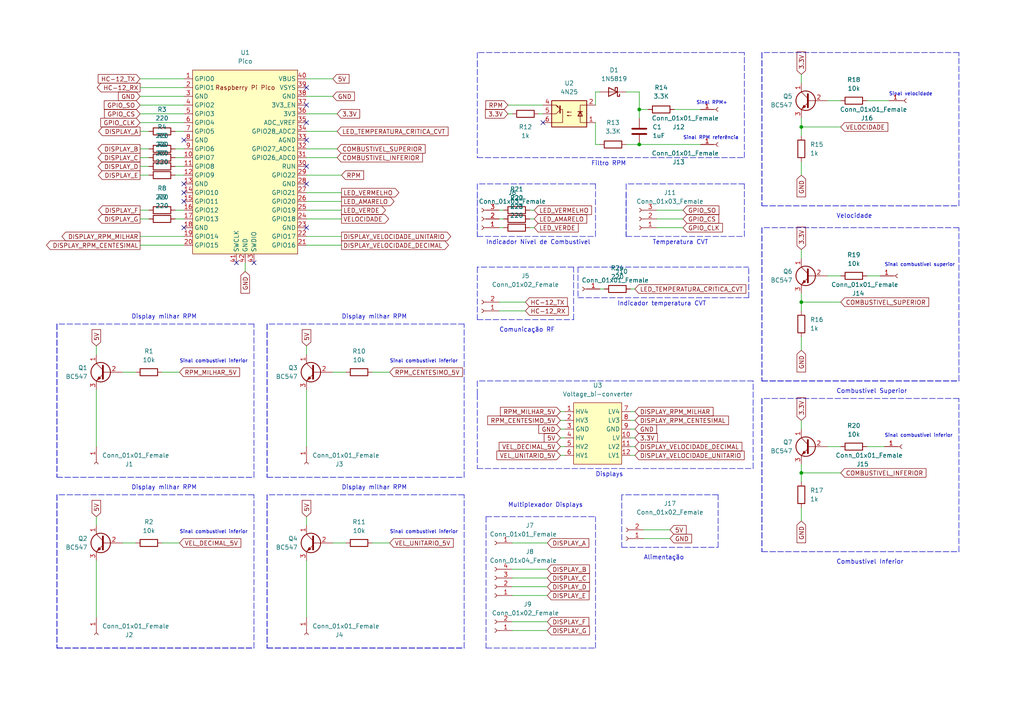
<source format=kicad_sch>
(kicad_sch (version 20211123) (generator eeschema)
  (paper "A4")
  (lib_symbols
    (symbol "Connector:Conn_01x01_Female" (pin_names (offset 1.016) hide)
      (property "Reference" "J" (at 0 2.54 0))
      (property "Value" "Conn_01x01_Female" (at 0 -2.54 0))
      (symbol "Conn_01x01_Female_1_1"
        (polyline (pts (xy -1.27 0) (xy -0.508 0)) (stroke (width 0.1524)))
        (arc (start 0 0.508) (mid -0.508 0) (end 0 -0.508) (stroke (width 0.1524)))
        (pin passive line (at -5.08 0 0) (length 3.81) (name "Pin_1") (number "1"))
      )
    )
    (symbol "Connector:Conn_01x02_Female" (pin_names (offset 1.016) hide)
      (property "Reference" "J" (at 0 2.54 0))
      (property "Value" "Conn_01x02_Female" (at 0 -5.08 0))
      (symbol "Conn_01x02_Female_1_1"
        (arc (start 0 -2.032) (mid -0.508 -2.54) (end 0 -3.048) (stroke (width 0.1524)))
        (polyline (pts (xy -1.27 -2.54) (xy -0.508 -2.54)) (stroke (width 0.1524)))
        (polyline (pts (xy -1.27 0) (xy -0.508 0)) (stroke (width 0.1524)))
        (arc (start 0 0.508) (mid -0.508 0) (end 0 -0.508) (stroke (width 0.1524)))
        (pin passive line (at -5.08 0 0) (length 3.81) (name "Pin_1") (number "1"))
        (pin passive line (at -5.08 -2.54 0) (length 3.81) (name "Pin_2") (number "2"))
      )
    )
    (symbol "Connector:Conn_01x03_Female" (pin_names (offset 1.016) hide)
      (property "Reference" "J" (at 0 5.08 0))
      (property "Value" "Conn_01x03_Female" (at 0 -5.08 0))
      (symbol "Conn_01x03_Female_1_1"
        (arc (start 0 -2.032) (mid -0.508 -2.54) (end 0 -3.048) (stroke (width 0.1524)))
        (polyline (pts (xy -1.27 -2.54) (xy -0.508 -2.54)) (stroke (width 0.1524)))
        (polyline (pts (xy -1.27 0) (xy -0.508 0)) (stroke (width 0.1524)))
        (polyline (pts (xy -1.27 2.54) (xy -0.508 2.54)) (stroke (width 0.1524)))
        (arc (start 0 0.508) (mid -0.508 0) (end 0 -0.508) (stroke (width 0.1524)))
        (arc (start 0 3.048) (mid -0.508 2.54) (end 0 2.032) (stroke (width 0.1524)))
        (pin passive line (at -5.08 2.54 0) (length 3.81) (name "Pin_1") (number "1"))
        (pin passive line (at -5.08 0 0) (length 3.81) (name "Pin_2") (number "2"))
        (pin passive line (at -5.08 -2.54 0) (length 3.81) (name "Pin_3") (number "3"))
      )
    )
    (symbol "Connector:Conn_01x04_Female" (pin_names (offset 1.016) hide)
      (property "Reference" "J" (at 0 5.08 0))
      (property "Value" "Conn_01x04_Female" (at 0 -7.62 0))
      (symbol "Conn_01x04_Female_1_1"
        (arc (start 0 -4.572) (mid -0.508 -5.08) (end 0 -5.588) (stroke (width 0.1524)))
        (arc (start 0 -2.032) (mid -0.508 -2.54) (end 0 -3.048) (stroke (width 0.1524)))
        (polyline (pts (xy -1.27 -5.08) (xy -0.508 -5.08)) (stroke (width 0.1524)))
        (polyline (pts (xy -1.27 -2.54) (xy -0.508 -2.54)) (stroke (width 0.1524)))
        (polyline (pts (xy -1.27 0) (xy -0.508 0)) (stroke (width 0.1524)))
        (polyline (pts (xy -1.27 2.54) (xy -0.508 2.54)) (stroke (width 0.1524)))
        (arc (start 0 0.508) (mid -0.508 0) (end 0 -0.508) (stroke (width 0.1524)))
        (arc (start 0 3.048) (mid -0.508 2.54) (end 0 2.032) (stroke (width 0.1524)))
        (pin passive line (at -5.08 2.54 0) (length 3.81) (name "Pin_1") (number "1"))
        (pin passive line (at -5.08 0 0) (length 3.81) (name "Pin_2") (number "2"))
        (pin passive line (at -5.08 -2.54 0) (length 3.81) (name "Pin_3") (number "3"))
        (pin passive line (at -5.08 -5.08 0) (length 3.81) (name "Pin_4") (number "4"))
      )
    )
    (symbol "Device:C" (pin_numbers hide) (pin_names (offset 0.254))
      (property "Reference" "C" (at 0.635 2.54 0))
      (property "Value" "C" (at 0.635 -2.54 0))
      (symbol "C_0_1"
        (polyline (pts (xy -2.032 -0.762) (xy 2.032 -0.762)) (stroke (width 0.508)))
        (polyline (pts (xy -2.032 0.762) (xy 2.032 0.762)) (stroke (width 0.508)))
      )
      (symbol "C_1_1"
        (pin passive line (at 0 3.81 270) (length 2.794) (name "~") (number "1"))
        (pin passive line (at 0 -3.81 90) (length 2.794) (name "~") (number "2"))
      )
    )
    (symbol "Device:R" (pin_numbers hide) (pin_names (offset 0))
      (property "Reference" "R" (at 2.032 0 90))
      (property "Value" "R" (at 0 0 90))
      (symbol "R_0_1"
        (rectangle (start -1.016 -2.54) (end 1.016 2.54) (stroke (width 0.254)))
      )
      (symbol "R_1_1"
        (pin passive line (at 0 3.81 270) (length 1.27) (name "~") (number "1"))
        (pin passive line (at 0 -3.81 90) (length 1.27) (name "~") (number "2"))
      )
    )
    (symbol "Diode:1N5819" (pin_numbers hide) (pin_names (offset 1.016) hide)
      (property "Reference" "D" (at 0 2.54 0))
      (property "Value" "1N5819" (at 0 -2.54 0))
      (symbol "1N5819_0_1"
        (polyline (pts (xy 1.27 0) (xy -1.27 0)))
        (polyline (pts (xy 1.27 1.27) (xy 1.27 -1.27) (xy -1.27 0) (xy 1.27 1.27)) (stroke (width 0.254)))
        (polyline (pts (xy -1.905 0.635) (xy -1.905 1.27) (xy -1.27 1.27) (xy -1.27 -1.27) (xy -0.635 -1.27) (xy -0.635 -0.635)) (stroke (width 0.254)))
      )
      (symbol "1N5819_1_1"
        (pin passive line (at -3.81 0 0) (length 2.54) (name "K") (number "1"))
        (pin passive line (at 3.81 0 180) (length 2.54) (name "A") (number "2"))
      )
    )
    (symbol "Isolator:4N25" (pin_names (offset 1.016))
      (property "Reference" "U" (at -5.08 5.08 0))
      (property "Value" "4N25" (at 0 5.08 0))
      (symbol "4N25_0_1"
        (rectangle (start -5.08 3.81) (end 5.08 -3.81) (stroke (width 0.254)) (fill (type background)))
        (polyline (pts (xy -3.81 -0.635) (xy -2.54 -0.635)) (stroke (width 0.254)))
        (polyline (pts (xy 2.667 -1.397) (xy 3.81 -2.54)))
        (polyline (pts (xy 2.667 -1.143) (xy 3.81 0)))
        (polyline (pts (xy 3.81 -2.54) (xy 5.08 -2.54)))
        (polyline (pts (xy 3.81 0) (xy 5.08 0)))
        (polyline (pts (xy 2.667 -0.254) (xy 2.667 -2.286) (xy 2.667 -2.286)) (stroke (width 0.3556)))
        (polyline (pts (xy -5.08 -2.54) (xy -3.175 -2.54) (xy -3.175 2.54) (xy -5.08 2.54)))
        (polyline (pts (xy -3.175 -0.635) (xy -3.81 0.635) (xy -2.54 0.635) (xy -3.175 -0.635)) (stroke (width 0.254)))
        (polyline (pts (xy 3.683 -2.413) (xy 3.429 -1.905) (xy 3.175 -2.159) (xy 3.683 -2.413)))
        (polyline (pts (xy 5.08 2.54) (xy 1.905 2.54) (xy 1.905 -1.27) (xy 2.54 -1.27)))
        (polyline (pts (xy -0.635 -0.508) (xy 0.635 -0.508) (xy 0.254 -0.635) (xy 0.254 -0.381) (xy 0.635 -0.508)))
        (polyline (pts (xy -0.635 0.508) (xy 0.635 0.508) (xy 0.254 0.381) (xy 0.254 0.635) (xy 0.635 0.508)))
      )
      (symbol "4N25_1_1"
        (pin passive line (at -7.62 2.54 0) (length 2.54) (name "~") (number "1"))
        (pin passive line (at -7.62 -2.54 0) (length 2.54) (name "~") (number "2"))
        (pin no_connect line (at -5.08 0 0) (length 2.54) hide (name "NC") (number "3"))
        (pin passive line (at 7.62 -2.54 180) (length 2.54) (name "~") (number "4"))
        (pin passive line (at 7.62 0 180) (length 2.54) (name "~") (number "5"))
        (pin passive line (at 7.62 2.54 180) (length 2.54) (name "~") (number "6"))
      )
    )
    (symbol "Lucas:Voltage_bi-converter"
      (property "Reference" "U" (at 0 0 0))
      (property "Value" "Voltage_bi-converter" (at 0 0 0))
      (symbol "Voltage_bi-converter_0_1"
        (rectangle (start -6.35 -1.27) (end 7.62 -19.05) (fill (type background)))
      )
      (symbol "Voltage_bi-converter_1_1"
        (pin bidirectional line (at -8.89 -3.81 0) (length 2.54) (name "HV4") (number "1"))
        (pin bidirectional line (at 10.16 -11.43 180) (length 2.54) (name "LV") (number "10"))
        (pin bidirectional line (at 10.16 -13.97 180) (length 2.54) (name "LV2") (number "11"))
        (pin bidirectional line (at 10.16 -16.51 180) (length 2.54) (name "LV1") (number "12"))
        (pin bidirectional line (at -8.89 -6.35 0) (length 2.54) (name "HV3") (number "2"))
        (pin bidirectional line (at -8.89 -8.89 0) (length 2.54) (name "GND") (number "3"))
        (pin bidirectional line (at -8.89 -11.43 0) (length 2.54) (name "HV") (number "4"))
        (pin bidirectional line (at -8.89 -13.97 0) (length 2.54) (name "HV2") (number "5"))
        (pin bidirectional line (at -8.89 -16.51 0) (length 2.54) (name "HV1") (number "6"))
        (pin bidirectional line (at 10.16 -3.81 180) (length 2.54) (name "LV4") (number "7"))
        (pin bidirectional line (at 10.16 -6.35 180) (length 2.54) (name "LV3") (number "8"))
        (pin bidirectional line (at 10.16 -8.89 180) (length 2.54) (name "GND") (number "9"))
      )
    )
    (symbol "MCU_RaspberryPi_and_Boards:Pico"
      (property "Reference" "U" (at -13.97 27.94 0))
      (property "Value" "Pico" (at 0 19.05 0))
      (symbol "Pico_0_0"
        (text "Raspberry Pi Pico" (at 0 21.59 0) (effects (font (size 1.27 1.27))))
      )
      (symbol "Pico_0_1"
        (rectangle (start -15.24 26.67) (end 15.24 -26.67) (fill (type background)))
      )
      (symbol "Pico_1_1"
        (pin bidirectional line (at -17.78 24.13 0) (length 2.54) (name "GPIO0") (number "1"))
        (pin bidirectional line (at -17.78 1.27 0) (length 2.54) (name "GPIO7") (number "10"))
        (pin bidirectional line (at -17.78 -1.27 0) (length 2.54) (name "GPIO8") (number "11"))
        (pin bidirectional line (at -17.78 -3.81 0) (length 2.54) (name "GPIO9") (number "12"))
        (pin power_in line (at -17.78 -6.35 0) (length 2.54) (name "GND") (number "13"))
        (pin bidirectional line (at -17.78 -8.89 0) (length 2.54) (name "GPIO10") (number "14"))
        (pin bidirectional line (at -17.78 -11.43 0) (length 2.54) (name "GPIO11") (number "15"))
        (pin bidirectional line (at -17.78 -13.97 0) (length 2.54) (name "GPIO12") (number "16"))
        (pin bidirectional line (at -17.78 -16.51 0) (length 2.54) (name "GPIO13") (number "17"))
        (pin power_in line (at -17.78 -19.05 0) (length 2.54) (name "GND") (number "18"))
        (pin bidirectional line (at -17.78 -21.59 0) (length 2.54) (name "GPIO14") (number "19"))
        (pin bidirectional line (at -17.78 21.59 0) (length 2.54) (name "GPIO1") (number "2"))
        (pin bidirectional line (at -17.78 -24.13 0) (length 2.54) (name "GPIO15") (number "20"))
        (pin bidirectional line (at 17.78 -24.13 180) (length 2.54) (name "GPIO16") (number "21"))
        (pin bidirectional line (at 17.78 -21.59 180) (length 2.54) (name "GPIO17") (number "22"))
        (pin power_in line (at 17.78 -19.05 180) (length 2.54) (name "GND") (number "23"))
        (pin bidirectional line (at 17.78 -16.51 180) (length 2.54) (name "GPIO18") (number "24"))
        (pin bidirectional line (at 17.78 -13.97 180) (length 2.54) (name "GPIO19") (number "25"))
        (pin bidirectional line (at 17.78 -11.43 180) (length 2.54) (name "GPIO20") (number "26"))
        (pin bidirectional line (at 17.78 -8.89 180) (length 2.54) (name "GPIO21") (number "27"))
        (pin power_in line (at 17.78 -6.35 180) (length 2.54) (name "GND") (number "28"))
        (pin bidirectional line (at 17.78 -3.81 180) (length 2.54) (name "GPIO22") (number "29"))
        (pin power_in line (at -17.78 19.05 0) (length 2.54) (name "GND") (number "3"))
        (pin input line (at 17.78 -1.27 180) (length 2.54) (name "RUN") (number "30"))
        (pin bidirectional line (at 17.78 1.27 180) (length 2.54) (name "GPIO26_ADC0") (number "31"))
        (pin bidirectional line (at 17.78 3.81 180) (length 2.54) (name "GPIO27_ADC1") (number "32"))
        (pin power_in line (at 17.78 6.35 180) (length 2.54) (name "AGND") (number "33"))
        (pin bidirectional line (at 17.78 8.89 180) (length 2.54) (name "GPIO28_ADC2") (number "34"))
        (pin power_in line (at 17.78 11.43 180) (length 2.54) (name "ADC_VREF") (number "35"))
        (pin power_in line (at 17.78 13.97 180) (length 2.54) (name "3V3") (number "36"))
        (pin input line (at 17.78 16.51 180) (length 2.54) (name "3V3_EN") (number "37"))
        (pin bidirectional line (at 17.78 19.05 180) (length 2.54) (name "GND") (number "38"))
        (pin power_in line (at 17.78 21.59 180) (length 2.54) (name "VSYS") (number "39"))
        (pin bidirectional line (at -17.78 16.51 0) (length 2.54) (name "GPIO2") (number "4"))
        (pin power_in line (at 17.78 24.13 180) (length 2.54) (name "VBUS") (number "40"))
        (pin input line (at -2.54 -29.21 90) (length 2.54) (name "SWCLK") (number "41"))
        (pin power_in line (at 0 -29.21 90) (length 2.54) (name "GND") (number "42"))
        (pin bidirectional line (at 2.54 -29.21 90) (length 2.54) (name "SWDIO") (number "43"))
        (pin bidirectional line (at -17.78 13.97 0) (length 2.54) (name "GPIO3") (number "5"))
        (pin bidirectional line (at -17.78 11.43 0) (length 2.54) (name "GPIO4") (number "6"))
        (pin bidirectional line (at -17.78 8.89 0) (length 2.54) (name "GPIO5") (number "7"))
        (pin power_in line (at -17.78 6.35 0) (length 2.54) (name "GND") (number "8"))
        (pin bidirectional line (at -17.78 3.81 0) (length 2.54) (name "GPIO6") (number "9"))
      )
    )
    (symbol "Transistor_BJT:BC547" (pin_names (offset 0) hide)
      (property "Reference" "Q" (at 5.08 1.905 0))
      (property "Value" "BC547" (at 5.08 0 0))
      (symbol "BC547_0_1"
        (polyline (pts (xy 0 0) (xy 0.635 0)))
        (polyline (pts (xy 0.635 0.635) (xy 2.54 2.54)))
        (polyline (pts (xy 0.635 -0.635) (xy 2.54 -2.54) (xy 2.54 -2.54)))
        (polyline (pts (xy 0.635 1.905) (xy 0.635 -1.905) (xy 0.635 -1.905)) (stroke (width 0.508)))
        (polyline (pts (xy 1.27 -1.778) (xy 1.778 -1.27) (xy 2.286 -2.286) (xy 1.27 -1.778) (xy 1.27 -1.778)) (fill (type outline)))
        (circle (center 1.27 0) (radius 2.8194) (stroke (width 0.254)))
      )
      (symbol "BC547_1_1"
        (pin passive line (at 2.54 5.08 270) (length 2.54) (name "C") (number "1"))
        (pin input line (at -5.08 0 0) (length 5.08) (name "B") (number "2"))
        (pin passive line (at 2.54 -5.08 90) (length 2.54) (name "E") (number "3"))
      )
    )
  )
  (junction (at 232.41 36.83))
  (junction (at 185.42 31.75))
  (junction (at 232.41 87.63))
  (junction (at 232.41 137.16))
  (junction (at 185.42 41.91))
  (no_connect (at 88.9 40.64))
  (no_connect (at 88.9 66.04))
  (no_connect (at 68.58 76.2))
  (no_connect (at 73.66 76.2))
  (no_connect (at 88.9 53.34))
  (no_connect (at 88.9 48.26))
  (no_connect (at 88.9 25.4))
  (no_connect (at 88.9 30.48))
  (no_connect (at 88.9 35.56))
  (no_connect (at 53.34 40.64))
  (no_connect (at 53.34 66.04))
  (no_connect (at 53.34 58.42))
  (no_connect (at 53.34 55.88))
  (no_connect (at 53.34 53.34))
  (no_connect (at 157.48 35.56))
  (wire (pts (xy 88.9 149.86) (xy 88.9 152.4)))
  (wire (pts (xy 88.9 33.02) (xy 97.79 33.02)))
  (wire (pts (xy 88.9 71.12) (xy 99.06 71.12)))
  (wire (pts (xy 88.9 100.33) (xy 88.9 102.87)))
  (polyline (pts (xy 134.62 138.43) (xy 134.62 93.98)))
  (polyline (pts (xy 166.37 92.71) (xy 166.37 77.47)))
  (polyline (pts (xy 138.43 135.89) (xy 218.44 135.89)))
  (polyline (pts (xy 166.37 77.47) (xy 138.43 77.47)))
  (wire (pts (xy 232.41 121.92) (xy 232.41 124.46)))
  (wire (pts (xy 181.61 26.67) (xy 185.42 26.67)))
  (wire (pts (xy 232.41 137.16) (xy 243.84 137.16)))
  (polyline (pts (xy 278.13 15.24) (xy 220.98 15.24)))
  (wire (pts (xy 173.99 26.67) (xy 172.72 26.67)))
  (wire (pts (xy 195.58 31.75) (xy 203.2 31.75)))
  (wire (pts (xy 187.96 31.75) (xy 185.42 31.75)))
  (wire (pts (xy 232.41 85.09) (xy 232.41 87.63)))
  (polyline (pts (xy 181.61 55.88) (xy 181.61 68.58)))
  (polyline (pts (xy 73.66 187.96) (xy 73.66 143.51)))
  (wire (pts (xy 88.9 45.72) (xy 97.79 45.72)))
  (wire (pts (xy 88.9 50.8) (xy 99.06 50.8)))
  (wire (pts (xy 182.88 132.08) (xy 184.15 132.08)))
  (wire (pts (xy 148.59 157.48) (xy 158.75 157.48)))
  (polyline (pts (xy 167.64 77.47) (xy 167.64 86.36)))
  (wire (pts (xy 40.64 33.02) (xy 53.34 33.02)))
  (polyline (pts (xy 215.9 53.34) (xy 181.61 53.34)))
  (wire (pts (xy 251.46 129.54) (xy 256.54 129.54)))
  (polyline (pts (xy 172.72 53.34) (xy 138.43 53.34)))
  (wire (pts (xy 144.78 60.96) (xy 146.05 60.96)))
  (polyline (pts (xy 138.43 92.71) (xy 166.37 92.71)))
  (polyline (pts (xy 172.72 187.96) (xy 172.72 149.86)))
  (wire (pts (xy 46.99 107.95) (xy 52.07 107.95)))
  (wire (pts (xy 88.9 63.5) (xy 99.06 63.5)))
  (wire (pts (xy 40.64 25.4) (xy 53.34 25.4)))
  (wire (pts (xy 88.9 113.03) (xy 88.9 129.54)))
  (polyline (pts (xy 138.43 15.24) (xy 138.43 19.05)))
  (wire (pts (xy 240.03 29.21) (xy 243.84 29.21)))
  (polyline (pts (xy 220.98 15.24) (xy 220.98 59.69)))
  (wire (pts (xy 107.95 107.95) (xy 113.03 107.95)))
  (wire (pts (xy 182.88 127) (xy 184.15 127)))
  (polyline (pts (xy 215.9 15.24) (xy 138.43 15.24)))
  (wire (pts (xy 107.95 157.48) (xy 113.03 157.48)))
  (wire (pts (xy 88.9 162.56) (xy 88.9 179.07)))
  (wire (pts (xy 251.46 80.01) (xy 255.27 80.01)))
  (wire (pts (xy 156.21 33.02) (xy 157.48 33.02)))
  (wire (pts (xy 182.88 129.54) (xy 184.15 129.54)))
  (polyline (pts (xy 16.51 143.51) (xy 16.51 187.96)))
  (polyline (pts (xy 16.51 93.98) (xy 16.51 138.43)))
  (polyline (pts (xy 134.62 143.51) (xy 77.47 143.51)))
  (polyline (pts (xy 140.97 149.86) (xy 140.97 187.96)))
  (wire (pts (xy 40.64 45.72) (xy 43.18 45.72)))
  (wire (pts (xy 182.88 121.92) (xy 184.15 121.92)))
  (polyline (pts (xy 16.51 187.96) (xy 73.66 187.96)))
  (wire (pts (xy 190.5 66.04) (xy 198.12 66.04)))
  (polyline (pts (xy 278.13 66.04) (xy 220.98 66.04)))
  (polyline (pts (xy 77.47 93.98) (xy 77.47 138.43)))
  (wire (pts (xy 35.56 107.95) (xy 39.37 107.95)))
  (polyline (pts (xy 138.43 53.34) (xy 138.43 68.58)))
  (wire (pts (xy 40.64 60.96) (xy 43.18 60.96)))
  (wire (pts (xy 88.9 27.94) (xy 96.52 27.94)))
  (polyline (pts (xy 278.13 115.57) (xy 220.98 115.57)))
  (wire (pts (xy 232.41 46.99) (xy 232.41 50.8)))
  (wire (pts (xy 190.5 60.96) (xy 198.12 60.96)))
  (polyline (pts (xy 220.98 110.49) (xy 278.13 110.49)))
  (wire (pts (xy 232.41 36.83) (xy 243.84 36.83)))
  (polyline (pts (xy 73.66 93.98) (xy 16.51 93.98)))
  (wire (pts (xy 232.41 134.62) (xy 232.41 137.16)))
  (polyline (pts (xy 16.51 143.51) (xy 16.51 187.96)))
  (wire (pts (xy 162.56 121.92) (xy 163.83 121.92)))
  (polyline (pts (xy 215.9 45.72) (xy 215.9 15.24)))
  (polyline (pts (xy 218.44 135.89) (xy 218.44 110.49)))
  (polyline (pts (xy 208.28 158.75) (xy 208.28 143.51)))
  (wire (pts (xy 40.64 22.86) (xy 53.34 22.86)))
  (wire (pts (xy 40.64 50.8) (xy 43.18 50.8)))
  (wire (pts (xy 96.52 157.48) (xy 100.33 157.48)))
  (wire (pts (xy 148.59 180.34) (xy 158.75 180.34)))
  (wire (pts (xy 162.56 132.08) (xy 163.83 132.08)))
  (polyline (pts (xy 220.98 66.04) (xy 220.98 110.49)))
  (wire (pts (xy 173.99 41.91) (xy 172.72 41.91)))
  (polyline (pts (xy 181.61 53.34) (xy 181.61 68.58)))
  (wire (pts (xy 88.9 68.58) (xy 99.06 68.58)))
  (wire (pts (xy 173.99 83.82) (xy 175.26 83.82)))
  (polyline (pts (xy 220.98 160.02) (xy 278.13 160.02)))
  (wire (pts (xy 153.67 66.04) (xy 154.94 66.04)))
  (polyline (pts (xy 138.43 17.78) (xy 138.43 45.72)))
  (polyline (pts (xy 16.51 138.43) (xy 73.66 138.43)))
  (polyline (pts (xy 77.47 143.51) (xy 77.47 187.96)))
  (polyline (pts (xy 77.47 187.96) (xy 134.62 187.96)))
  (polyline (pts (xy 181.61 68.58) (xy 215.9 68.58)))
  (wire (pts (xy 181.61 41.91) (xy 185.42 41.91)))
  (polyline (pts (xy 278.13 110.49) (xy 278.13 66.04)))
  (polyline (pts (xy 134.62 187.96) (xy 134.62 143.51)))
  (polyline (pts (xy 16.51 187.96) (xy 73.66 187.96)))
  (wire (pts (xy 172.72 26.67) (xy 172.72 30.48)))
  (polyline (pts (xy 16.51 93.98) (xy 16.51 138.43)))
  (wire (pts (xy 27.94 162.56) (xy 27.94 179.07)))
  (polyline (pts (xy 172.72 68.58) (xy 172.72 53.34)))
  (wire (pts (xy 232.41 97.79) (xy 232.41 101.6)))
  (wire (pts (xy 162.56 127) (xy 163.83 127)))
  (wire (pts (xy 162.56 129.54) (xy 163.83 129.54)))
  (wire (pts (xy 148.59 165.1) (xy 158.75 165.1)))
  (polyline (pts (xy 218.44 110.49) (xy 138.43 110.49)))
  (wire (pts (xy 96.52 107.95) (xy 100.33 107.95)))
  (wire (pts (xy 147.32 33.02) (xy 148.59 33.02)))
  (polyline (pts (xy 220.98 66.04) (xy 220.98 110.49)))
  (wire (pts (xy 71.12 76.2) (xy 71.12 78.74)))
  (wire (pts (xy 40.64 27.94) (xy 53.34 27.94)))
  (polyline (pts (xy 77.47 93.98) (xy 77.47 138.43)))
  (wire (pts (xy 50.8 63.5) (xy 53.34 63.5)))
  (polyline (pts (xy 134.62 93.98) (xy 77.47 93.98)))
  (wire (pts (xy 144.78 90.17) (xy 152.4 90.17)))
  (wire (pts (xy 27.94 100.33) (xy 27.94 102.87)))
  (wire (pts (xy 182.88 119.38) (xy 184.15 119.38)))
  (wire (pts (xy 147.32 30.48) (xy 157.48 30.48)))
  (polyline (pts (xy 73.66 143.51) (xy 16.51 143.51)))
  (polyline (pts (xy 140.97 187.96) (xy 172.72 187.96)))
  (wire (pts (xy 172.72 41.91) (xy 172.72 35.56)))
  (polyline (pts (xy 140.97 149.86) (xy 172.72 149.86)))
  (wire (pts (xy 232.41 21.59) (xy 232.41 24.13)))
  (wire (pts (xy 185.42 31.75) (xy 185.42 34.29)))
  (wire (pts (xy 232.41 87.63) (xy 232.41 90.17)))
  (wire (pts (xy 144.78 87.63) (xy 152.4 87.63)))
  (polyline (pts (xy 220.98 115.57) (xy 220.98 160.02)))
  (wire (pts (xy 240.03 129.54) (xy 243.84 129.54)))
  (polyline (pts (xy 220.98 59.69) (xy 278.13 59.69)))
  (wire (pts (xy 190.5 63.5) (xy 198.12 63.5)))
  (wire (pts (xy 153.67 60.96) (xy 154.94 60.96)))
  (polyline (pts (xy 278.13 160.02) (xy 278.13 115.57)))
  (wire (pts (xy 88.9 43.18) (xy 97.79 43.18)))
  (wire (pts (xy 88.9 60.96) (xy 99.06 60.96)))
  (wire (pts (xy 232.41 72.39) (xy 232.41 74.93)))
  (polyline (pts (xy 180.34 158.75) (xy 208.28 158.75)))
  (polyline (pts (xy 77.47 143.51) (xy 77.47 187.96)))
  (polyline (pts (xy 138.43 68.58) (xy 172.72 68.58)))
  (wire (pts (xy 40.64 68.58) (xy 53.34 68.58)))
  (wire (pts (xy 185.42 26.67) (xy 185.42 31.75)))
  (wire (pts (xy 144.78 63.5) (xy 146.05 63.5)))
  (polyline (pts (xy 220.98 15.24) (xy 220.98 59.69)))
  (wire (pts (xy 182.88 124.46) (xy 184.15 124.46)))
  (wire (pts (xy 88.9 22.86) (xy 96.52 22.86)))
  (wire (pts (xy 148.59 172.72) (xy 158.75 172.72)))
  (wire (pts (xy 162.56 119.38) (xy 163.83 119.38)))
  (polyline (pts (xy 215.9 68.58) (xy 215.9 53.34)))
  (polyline (pts (xy 167.64 77.47) (xy 217.17 77.47)))
  (polyline (pts (xy 138.43 114.3) (xy 138.43 135.89)))
  (wire (pts (xy 232.41 137.16) (xy 232.41 139.7)))
  (wire (pts (xy 50.8 38.1) (xy 53.34 38.1)))
  (polyline (pts (xy 220.98 110.49) (xy 278.13 110.49)))
  (wire (pts (xy 162.56 124.46) (xy 163.83 124.46)))
  (wire (pts (xy 232.41 147.32) (xy 232.41 151.13)))
  (wire (pts (xy 144.78 66.04) (xy 146.05 66.04)))
  (polyline (pts (xy 220.98 59.69) (xy 278.13 59.69)))
  (wire (pts (xy 50.8 60.96) (xy 53.34 60.96)))
  (wire (pts (xy 153.67 63.5) (xy 154.94 63.5)))
  (wire (pts (xy 232.41 34.29) (xy 232.41 36.83)))
  (wire (pts (xy 50.8 50.8) (xy 53.34 50.8)))
  (polyline (pts (xy 208.28 143.51) (xy 180.34 143.51)))
  (polyline (pts (xy 73.66 138.43) (xy 73.66 93.98)))
  (wire (pts (xy 148.59 170.18) (xy 158.75 170.18)))
  (wire (pts (xy 50.8 48.26) (xy 53.34 48.26)))
  (wire (pts (xy 40.64 35.56) (xy 53.34 35.56)))
  (polyline (pts (xy 278.13 59.69) (xy 278.13 15.24)))
  (polyline (pts (xy 138.43 55.88) (xy 138.43 68.58)))
  (wire (pts (xy 50.8 45.72) (xy 53.34 45.72)))
  (wire (pts (xy 185.42 41.91) (xy 203.2 41.91)))
  (wire (pts (xy 40.64 48.26) (xy 43.18 48.26)))
  (wire (pts (xy 27.94 113.03) (xy 27.94 129.54)))
  (wire (pts (xy 148.59 182.88) (xy 158.75 182.88)))
  (wire (pts (xy 88.9 55.88) (xy 99.06 55.88)))
  (polyline (pts (xy 77.47 138.43) (xy 134.62 138.43)))
  (polyline (pts (xy 167.64 86.36) (xy 217.17 86.36)))
  (polyline (pts (xy 138.43 77.47) (xy 138.43 92.71)))
  (polyline (pts (xy 138.43 110.49) (xy 138.43 115.57)))
  (wire (pts (xy 40.64 71.12) (xy 53.34 71.12)))
  (wire (pts (xy 40.64 38.1) (xy 43.18 38.1)))
  (wire (pts (xy 88.9 38.1) (xy 97.79 38.1)))
  (wire (pts (xy 88.9 58.42) (xy 99.06 58.42)))
  (wire (pts (xy 186.69 156.21) (xy 194.31 156.21)))
  (polyline (pts (xy 220.98 160.02) (xy 278.13 160.02)))
  (wire (pts (xy 50.8 43.18) (xy 53.34 43.18)))
  (polyline (pts (xy 138.43 45.72) (xy 215.9 45.72)))
  (wire (pts (xy 251.46 29.21) (xy 257.81 29.21)))
  (wire (pts (xy 232.41 36.83) (xy 232.41 39.37)))
  (wire (pts (xy 182.88 83.82) (xy 184.15 83.82)))
  (wire (pts (xy 240.03 80.01) (xy 243.84 80.01)))
  (polyline (pts (xy 180.34 143.51) (xy 180.34 158.75)))
  (wire (pts (xy 27.94 149.86) (xy 27.94 152.4)))
  (wire (pts (xy 40.64 43.18) (xy 43.18 43.18)))
  (wire (pts (xy 46.99 157.48) (xy 52.07 157.48)))
  (polyline (pts (xy 220.98 115.57) (xy 220.98 160.02)))
  (wire (pts (xy 40.64 63.5) (xy 43.18 63.5)))
  (wire (pts (xy 148.59 167.64) (xy 158.75 167.64)))
  (polyline (pts (xy 16.51 138.43) (xy 73.66 138.43)))
  (wire (pts (xy 40.64 30.48) (xy 53.34 30.48)))
  (polyline (pts (xy 77.47 187.96) (xy 134.62 187.96)))
  (wire (pts (xy 35.56 157.48) (xy 39.37 157.48)))
  (polyline (pts (xy 77.47 138.43) (xy 134.62 138.43)))
  (polyline (pts (xy 217.17 86.36) (xy 217.17 77.47)))
  (wire (pts (xy 186.69 153.67) (xy 194.31 153.67)))
  (wire (pts (xy 232.41 87.63) (xy 243.84 87.63)))
  (text "Sinal combustível inferior" (at 52.07 154.94 0) (effects (font (size 1 1)) (justify left bottom)))
  (text "Sinal velocidade" (at 257.81 27.94 0) (effects (font (size 1 1)) (justify left bottom)))
  (text "Display milhar RPM\n" (at 38.1 92.71 0) (effects (font (size 1.27 1.27)) (justify left bottom)))
  (text "Sinal combustível inferior" (at 52.07 105.41 0) (effects (font (size 1 1)) (justify left bottom)))
  (text "Displays" (at 172.72 138.43 0) (effects (font (size 1.27 1.27)) (justify left bottom)))
  (text "Sinal combustível inferior" (at 256.54 127 0) (effects (font (size 1 1)) (justify left bottom)))
  (text "Display milhar RPM\n" (at 99.06 92.71 0) (effects (font (size 1.27 1.27)) (justify left bottom)))
  (text "Alimentação\n" (at 186.69 162.56 0) (effects (font (size 1.27 1.27)) (justify left bottom)))
  (text "Temperatura CVT" (at 189.23 71.12 0) (effects (font (size 1.27 1.27)) (justify left bottom)))
  (text "Indicador temperatura CVT\n" (at 179.07 88.9 0) (effects (font (size 1.27 1.27)) (justify left bottom)))
  (text "Sinal combustível inferior" (at 113.03 105.41 0) (effects (font (size 1 1)) (justify left bottom)))
  (text "Velocidade\n" (at 242.57 63.5 0) (effects (font (size 1.27 1.27)) (justify left bottom)))
  (text "Combustível Inferior" (at 242.57 163.83 0) (effects (font (size 1.27 1.27)) (justify left bottom)))
  (text "Indicador Nível de Combustível" (at 140.97 71.12 0) (effects (font (size 1.27 1.27)) (justify left bottom)))
  (text "Sinal combustível superior" (at 256.54 77.47 0) (effects (font (size 1 1)) (justify left bottom)))
  (text "Display milhar RPM\n" (at 99.06 142.24 0) (effects (font (size 1.27 1.27)) (justify left bottom)))
  (text "Sinal combustível inferior" (at 113.03 154.94 0) (effects (font (size 1 1)) (justify left bottom)))
  (text "Comunicação RF" (at 144.78 96.52 0) (effects (font (size 1.27 1.27)) (justify left bottom)))
  (text "Sinal RPM+" (at 201.93 30.48 0) (effects (font (size 1 1)) (justify left bottom)))
  (text "Sinal RPM referência" (at 198.12 40.64 0) (effects (font (size 1 1)) (justify left bottom)))
  (text "Filtro RPM" (at 171.45 48.26 0) (effects (font (size 1.27 1.27)) (justify left bottom)))
  (text "Multiplexador Displays\n" (at 147.32 147.32 0) (effects (font (size 1.27 1.27)) (justify left bottom)))
  (text "Display milhar RPM\n" (at 38.1 142.24 0) (effects (font (size 1.27 1.27)) (justify left bottom)))
  (text "Combustível Superior" (at 242.57 114.3 0) (effects (font (size 1.27 1.27)) (justify left bottom)))
  (global_label "DISPLAY_E" (shape output) (at 40.64 50.8 180) (property "Intersheet References" "${INTERSHEET_REFS}" (effects hide)))
  (global_label "GND" (shape input) (at 184.15 124.46 0) (property "Intersheet References" "${INTERSHEET_REFS}" (effects hide)))
  (global_label "DISPLAY_D" (shape input) (at 158.75 170.18 0) (property "Intersheet References" "${INTERSHEET_REFS}" (effects hide)))
  (global_label "COMBUSTIVEL_SUPERIOR" (shape input) (at 243.84 87.63 0) (property "Intersheet References" "${INTERSHEET_REFS}" (effects hide)))
  (global_label "VEL_UNITARIO_5V" (shape input) (at 162.56 132.08 180) (property "Intersheet References" "${INTERSHEET_REFS}" (effects hide)))
  (global_label "DISPLAY_C" (shape output) (at 40.64 45.72 180) (property "Intersheet References" "${INTERSHEET_REFS}" (effects hide)))
  (global_label "LED_VERDE" (shape input) (at 154.94 66.04 0) (property "Intersheet References" "${INTERSHEET_REFS}" (effects hide)))
  (global_label "GND" (shape input) (at 96.52 27.94 0) (property "Intersheet References" "${INTERSHEET_REFS}" (effects hide)))
  (global_label "RPM_MILHAR_5V" (shape input) (at 52.07 107.95 0) (property "Intersheet References" "${INTERSHEET_REFS}" (effects hide)))
  (global_label "3.3V" (shape input) (at 232.41 121.92 90) (property "Intersheet References" "${INTERSHEET_REFS}" (effects hide)))
  (global_label "DISPLAY_G" (shape output) (at 40.64 63.5 180) (property "Intersheet References" "${INTERSHEET_REFS}" (effects hide)))
  (global_label "LED_AMARELO" (shape input) (at 154.94 63.5 0) (property "Intersheet References" "${INTERSHEET_REFS}" (effects hide)))
  (global_label "5V" (shape input) (at 162.56 127 180) (property "Intersheet References" "${INTERSHEET_REFS}" (effects hide)))
  (global_label "DISPLAY_VELOCIDADE_DECIMAL" (shape output) (at 99.06 71.12 0) (property "Intersheet References" "${INTERSHEET_REFS}" (effects hide)))
  (global_label "HC-12_RX" (shape input) (at 152.4 90.17 0) (property "Intersheet References" "${INTERSHEET_REFS}" (effects hide)))
  (global_label "RPM" (shape input) (at 147.32 30.48 180) (property "Intersheet References" "${INTERSHEET_REFS}" (effects hide)))
  (global_label "LED_VERDE" (shape output) (at 99.06 60.96 0) (property "Intersheet References" "${INTERSHEET_REFS}" (effects hide)))
  (global_label "DISPLAY_A" (shape input) (at 158.75 157.48 0) (property "Intersheet References" "${INTERSHEET_REFS}" (effects hide)))
  (global_label "3.3V" (shape input) (at 232.41 72.39 90) (property "Intersheet References" "${INTERSHEET_REFS}" (effects hide)))
  (global_label "3.3V" (shape input) (at 97.79 33.02 0) (property "Intersheet References" "${INTERSHEET_REFS}" (effects hide)))
  (global_label "RPM_CENTESIMO_5V" (shape input) (at 162.56 121.92 180) (property "Intersheet References" "${INTERSHEET_REFS}" (effects hide)))
  (global_label "5V" (shape input) (at 27.94 149.86 90) (property "Intersheet References" "${INTERSHEET_REFS}" (effects hide)))
  (global_label "3.3V" (shape input) (at 147.32 33.02 180) (property "Intersheet References" "${INTERSHEET_REFS}" (effects hide)))
  (global_label "LED_TEMPERATURA_CRITICA_CVT" (shape input) (at 97.79 38.1 0) (property "Intersheet References" "${INTERSHEET_REFS}" (effects hide)))
  (global_label "LED_VERMELHO" (shape input) (at 154.94 60.96 0) (property "Intersheet References" "${INTERSHEET_REFS}" (effects hide)))
  (global_label "DISPLAY_C" (shape input) (at 158.75 167.64 0) (property "Intersheet References" "${INTERSHEET_REFS}" (effects hide)))
  (global_label "GPIO_CS" (shape input) (at 198.12 63.5 0) (property "Intersheet References" "${INTERSHEET_REFS}" (effects hide)))
  (global_label "5V" (shape input) (at 27.94 100.33 90) (property "Intersheet References" "${INTERSHEET_REFS}" (effects hide)))
  (global_label "DISPLAY_B" (shape input) (at 158.75 165.1 0) (property "Intersheet References" "${INTERSHEET_REFS}" (effects hide)))
  (global_label "DISPLAY_VELOCIDADE_UNITARIO" (shape output) (at 99.06 68.58 0) (property "Intersheet References" "${INTERSHEET_REFS}" (effects hide)))
  (global_label "GPIO_CLK" (shape input) (at 198.12 66.04 0) (property "Intersheet References" "${INTERSHEET_REFS}" (effects hide)))
  (global_label "GND" (shape input) (at 232.41 50.8 270) (property "Intersheet References" "${INTERSHEET_REFS}" (effects hide)))
  (global_label "GPIO_CS" (shape input) (at 40.64 33.02 180) (property "Intersheet References" "${INTERSHEET_REFS}" (effects hide)))
  (global_label "GND" (shape input) (at 40.64 27.94 180) (property "Intersheet References" "${INTERSHEET_REFS}" (effects hide)))
  (global_label "GND" (shape input) (at 162.56 124.46 180) (property "Intersheet References" "${INTERSHEET_REFS}" (effects hide)))
  (global_label "LED_AMARELO" (shape output) (at 99.06 58.42 0) (property "Intersheet References" "${INTERSHEET_REFS}" (effects hide)))
  (global_label "5V" (shape input) (at 88.9 100.33 90) (property "Intersheet References" "${INTERSHEET_REFS}" (effects hide)))
  (global_label "VELOCIDADE" (shape input) (at 243.84 36.83 0) (property "Intersheet References" "${INTERSHEET_REFS}" (effects hide)))
  (global_label "5V" (shape input) (at 194.31 153.67 0) (property "Intersheet References" "${INTERSHEET_REFS}" (effects hide)))
  (global_label "DISPLAY_VELOCIDADE_DECIMAL" (shape input) (at 184.15 129.54 0) (property "Intersheet References" "${INTERSHEET_REFS}" (effects hide)))
  (global_label "3.3V" (shape input) (at 232.41 21.59 90) (property "Intersheet References" "${INTERSHEET_REFS}" (effects hide)))
  (global_label "DISPLAY_RPM_CENTESIMAL" (shape input) (at 184.15 121.92 0) (property "Intersheet References" "${INTERSHEET_REFS}" (effects hide)))
  (global_label "LED_TEMPERATURA_CRITICA_CVT" (shape input) (at 184.15 83.82 0) (property "Intersheet References" "${INTERSHEET_REFS}" (effects hide)))
  (global_label "3.3V" (shape input) (at 184.15 127 0) (property "Intersheet References" "${INTERSHEET_REFS}" (effects hide)))
  (global_label "DISPLAY_F" (shape input) (at 158.75 180.34 0) (property "Intersheet References" "${INTERSHEET_REFS}" (effects hide)))
  (global_label "DISPLAY_F" (shape output) (at 40.64 60.96 180) (property "Intersheet References" "${INTERSHEET_REFS}" (effects hide)))
  (global_label "DISPLAY_RPM_MILHAR" (shape output) (at 40.64 68.58 180) (property "Intersheet References" "${INTERSHEET_REFS}" (effects hide)))
  (global_label "COMBUSTIVEL_INFERIOR" (shape input) (at 243.84 137.16 0) (property "Intersheet References" "${INTERSHEET_REFS}" (effects hide)))
  (global_label "DISPLAY_E" (shape input) (at 158.75 172.72 0) (property "Intersheet References" "${INTERSHEET_REFS}" (effects hide)))
  (global_label "DISPLAY_RPM_MILHAR" (shape input) (at 184.15 119.38 0) (property "Intersheet References" "${INTERSHEET_REFS}" (effects hide)))
  (global_label "GPIO_SO" (shape input) (at 198.12 60.96 0) (property "Intersheet References" "${INTERSHEET_REFS}" (effects hide)))
  (global_label "GPIO_CLK" (shape input) (at 40.64 35.56 180) (property "Intersheet References" "${INTERSHEET_REFS}" (effects hide)))
  (global_label "HC-12_TX" (shape input) (at 40.64 22.86 180) (property "Intersheet References" "${INTERSHEET_REFS}" (effects hide)))
  (global_label "5V" (shape input) (at 88.9 149.86 90) (property "Intersheet References" "${INTERSHEET_REFS}" (effects hide)))
  (global_label "DISPLAY_B" (shape output) (at 40.64 43.18 180) (property "Intersheet References" "${INTERSHEET_REFS}" (effects hide)))
  (global_label "COMBUSTIVEL_SUPERIOR" (shape input) (at 97.79 43.18 0) (property "Intersheet References" "${INTERSHEET_REFS}" (effects hide)))
  (global_label "GND" (shape input) (at 71.12 78.74 270) (property "Intersheet References" "${INTERSHEET_REFS}" (effects hide)))
  (global_label "GND" (shape input) (at 232.41 151.13 270) (property "Intersheet References" "${INTERSHEET_REFS}" (effects hide)))
  (global_label "DISPLAY_RPM_CENTESIMAL" (shape output) (at 40.64 71.12 180) (property "Intersheet References" "${INTERSHEET_REFS}" (effects hide)))
  (global_label "VELOCIDADE" (shape output) (at 99.06 63.5 0) (property "Intersheet References" "${INTERSHEET_REFS}" (effects hide)))
  (global_label "LED_VERMELHO" (shape output) (at 99.06 55.88 0) (property "Intersheet References" "${INTERSHEET_REFS}" (effects hide)))
  (global_label "GND" (shape input) (at 232.41 101.6 270) (property "Intersheet References" "${INTERSHEET_REFS}" (effects hide)))
  (global_label "HC-12_RX" (shape output) (at 40.64 25.4 180) (property "Intersheet References" "${INTERSHEET_REFS}" (effects hide)))
  (global_label "DISPLAY_A" (shape output) (at 40.64 38.1 180) (property "Intersheet References" "${INTERSHEET_REFS}" (effects hide)))
  (global_label "VEL_DECIMAL_5V" (shape input) (at 52.07 157.48 0) (property "Intersheet References" "${INTERSHEET_REFS}" (effects hide)))
  (global_label "VEL_UNITARIO_5V" (shape input) (at 113.03 157.48 0) (property "Intersheet References" "${INTERSHEET_REFS}" (effects hide)))
  (global_label "RPM_MILHAR_5V" (shape input) (at 162.56 119.38 180) (property "Intersheet References" "${INTERSHEET_REFS}" (effects hide)))
  (global_label "GPIO_SO" (shape input) (at 40.64 30.48 180) (property "Intersheet References" "${INTERSHEET_REFS}" (effects hide)))
  (global_label "DISPLAY_VELOCIDADE_UNITARIO" (shape input) (at 184.15 132.08 0) (property "Intersheet References" "${INTERSHEET_REFS}" (effects hide)))
  (global_label "VEL_DECIMAL_5V" (shape input) (at 162.56 129.54 180) (property "Intersheet References" "${INTERSHEET_REFS}" (effects hide)))
  (global_label "COMBUSTIVEL_INFERIOR" (shape input) (at 97.79 45.72 0) (property "Intersheet References" "${INTERSHEET_REFS}" (effects hide)))
  (global_label "GND" (shape input) (at 194.31 156.21 0) (property "Intersheet References" "${INTERSHEET_REFS}" (effects hide)))
  (global_label "RPM_CENTESIMO_5V" (shape input) (at 113.03 107.95 0) (property "Intersheet References" "${INTERSHEET_REFS}" (effects hide)))
  (global_label "DISPLAY_G" (shape input) (at 158.75 182.88 0) (property "Intersheet References" "${INTERSHEET_REFS}" (effects hide)))
  (global_label "5V" (shape input) (at 96.52 22.86 0) (property "Intersheet References" "${INTERSHEET_REFS}" (effects hide)))
  (global_label "HC-12_TX" (shape input) (at 152.4 87.63 0) (property "Intersheet References" "${INTERSHEET_REFS}" (effects hide)))
  (global_label "DISPLAY_D" (shape output) (at 40.64 48.26 180) (property "Intersheet References" "${INTERSHEET_REFS}" (effects hide)))
  (global_label "RPM" (shape input) (at 99.06 50.8 0) (property "Intersheet References" "${INTERSHEET_REFS}" (effects hide)))
  (symbol (lib_id "Connector:Conn_01x03_Female") (at 139.7 63.5 180) (unit 1)
    (property "Reference" "J6" (at 148.59 55.88 0))
    (property "Value" "Conn_01x03_Female" (at 148.59 58.42 0))
    (property "Footprint" "Connector_PinSocket_2.00mm:PinSocket_1x03_P2.00mm_Vertical" (effects hide))
  )
  (symbol (lib_id "Device:R") (at 46.99 48.26 90) (unit 1)
    (property "Reference" "R6" (at 46.99 41.91 90))
    (property "Value" "220" (at 46.99 44.45 90))
    (property "Footprint" "Resistor_THT:R_Axial_DIN0204_L3.6mm_D1.6mm_P5.08mm_Horizontal" (effects hide))
  )
  (symbol (lib_id "Device:R") (at 247.65 29.21 90) (unit 1)
    (property "Reference" "R18" (at 247.65 23.1216 90))
    (property "Value" "10k" (at 247.65 25.6616 90))
    (property "Footprint" "Resistor_THT:R_Axial_DIN0204_L3.6mm_D1.6mm_P5.08mm_Horizontal" (effects hide))
  )
  (symbol (lib_id "Connector:Conn_01x01_Female") (at 260.35 80.01 0) (unit 1)
    (property "Reference" "J14" (at 248.92 85.09 0))
    (property "Value" "Conn_01x01_Female" (at 250.825 82.55 0))
    (property "Footprint" "Connector_PinSocket_2.00mm:PinSocket_1x01_P2.00mm_Vertical" (effects hide))
  )
  (symbol (lib_id "MCU_RaspberryPi_and_Boards:Pico") (at 71.12 46.99 0) (unit 1)
    (property "Reference" "U1" (at 71.12 15.24 0))
    (property "Value" "Pico" (at 71.12 17.78 0))
    (property "Footprint" "MCU_RaspberryPi_and_Boards:RPi_Pico_SMD_TH" (effects hide))
  )
  (symbol (lib_id "Transistor_BJT:BC547") (at 234.95 29.21 0) (mirror y) (unit 1)
    (property "Reference" "Q5" (at 229.87 27.9399 0) (effects (justify left)))
    (property "Value" "BC547" (at 229.87 30.4799 0) (effects (justify left)))
    (property "Footprint" "Package_TO_SOT_THT:TO-92_Inline" (effects hide))
    (property "Datasheet" "https://www.onsemi.com/pub/Collateral/BC550-D.pdf" (effects hide))
  )
  (symbol (lib_id "Device:R") (at 46.99 43.18 90) (unit 1)
    (property "Reference" "R4" (at 46.99 36.83 90))
    (property "Value" "220" (at 46.99 39.37 90))
    (property "Footprint" "Resistor_THT:R_Axial_DIN0204_L3.6mm_D1.6mm_P5.08mm_Horizontal" (effects hide))
  )
  (symbol (lib_id "Device:R") (at 191.77 31.75 90) (unit 1)
    (property "Reference" "R14" (at 191.77 25.4 90))
    (property "Value" "3.3K" (at 191.77 27.94 90))
    (property "Footprint" "Resistor_THT:R_Axial_DIN0204_L3.6mm_D1.6mm_P5.08mm_Horizontal" (effects hide))
  )
  (symbol (lib_id "Device:R") (at 247.65 129.54 90) (unit 1)
    (property "Reference" "R20" (at 247.65 123.4516 90))
    (property "Value" "10k" (at 247.65 125.9916 90))
    (property "Footprint" "Resistor_THT:R_Axial_DIN0204_L3.6mm_D1.6mm_P5.08mm_Horizontal" (effects hide))
  )
  (symbol (lib_id "Device:R") (at 46.99 63.5 90) (unit 1)
    (property "Reference" "R9" (at 46.99 57.15 90))
    (property "Value" "220" (at 46.99 59.69 90))
    (property "Footprint" "Resistor_THT:R_Axial_DIN0204_L3.6mm_D1.6mm_P5.08mm_Horizontal" (effects hide))
  )
  (symbol (lib_id "Connector:Conn_01x02_Female") (at 143.51 182.88 180) (unit 1)
    (property "Reference" "J9" (at 153.035 175.26 0))
    (property "Value" "Conn_01x02_Female" (at 152.4 177.8 0))
    (property "Footprint" "Connector_PinSocket_2.00mm:PinSocket_1x02_P2.00mm_Vertical" (effects hide))
  )
  (symbol (lib_id "Device:R") (at 232.41 143.51 0) (unit 1)
    (property "Reference" "R17" (at 234.95 142.2399 0) (effects (justify left)))
    (property "Value" "1k" (at 234.95 144.7799 0) (effects (justify left)))
    (property "Footprint" "Resistor_THT:R_Axial_DIN0204_L3.6mm_D1.6mm_P5.08mm_Horizontal" (effects hide))
  )
  (symbol (lib_id "Connector:Conn_01x01_Female") (at 208.28 41.91 0) (unit 1)
    (property "Reference" "J13" (at 196.85 46.99 0))
    (property "Value" "Conn_01x01_Female" (at 198.755 44.45 0))
    (property "Footprint" "Connector_PinSocket_2.00mm:PinSocket_1x01_P2.00mm_Vertical" (effects hide))
  )
  (symbol (lib_id "Transistor_BJT:BC547") (at 234.95 80.01 0) (mirror y) (unit 1)
    (property "Reference" "Q6" (at 229.87 78.7399 0) (effects (justify left)))
    (property "Value" "BC547" (at 229.87 81.2799 0) (effects (justify left)))
    (property "Footprint" "Package_TO_SOT_THT:TO-92_Inline" (effects hide))
    (property "Datasheet" "https://www.onsemi.com/pub/Collateral/BC550-D.pdf" (effects hide))
  )
  (symbol (lib_id "Device:R") (at 46.99 50.8 90) (unit 1)
    (property "Reference" "R7" (at 46.99 44.45 90))
    (property "Value" "220" (at 46.99 46.99 90))
    (property "Footprint" "Resistor_THT:R_Axial_DIN0204_L3.6mm_D1.6mm_P5.08mm_Horizontal" (effects hide))
  )
  (symbol (lib_id "Transistor_BJT:BC547") (at 91.44 107.95 0) (mirror y) (unit 1)
    (property "Reference" "Q3" (at 86.36 106.6799 0) (effects (justify left)))
    (property "Value" "BC547" (at 86.36 109.2199 0) (effects (justify left)))
    (property "Footprint" "Package_TO_SOT_THT:TO-92_Inline" (effects hide))
    (property "Datasheet" "https://www.onsemi.com/pub/Collateral/BC550-D.pdf" (effects hide))
  )
  (symbol (lib_id "Connector:Conn_01x01_Female") (at 27.94 134.62 270) (unit 1)
    (property "Reference" "J1" (at 37.465 134.62 90))
    (property "Value" "Conn_01x01_Female" (at 39.37 132.08 90))
    (property "Footprint" "Connector_PinSocket_2.00mm:PinSocket_1x01_P2.00mm_Vertical" (effects hide))
  )
  (symbol (lib_id "Transistor_BJT:BC547") (at 234.95 129.54 0) (mirror y) (unit 1)
    (property "Reference" "Q7" (at 229.87 128.2699 0) (effects (justify left)))
    (property "Value" "BC547" (at 229.87 130.8099 0) (effects (justify left)))
    (property "Footprint" "Package_TO_SOT_THT:TO-92_Inline" (effects hide))
    (property "Datasheet" "https://www.onsemi.com/pub/Collateral/BC550-D.pdf" (effects hide))
  )
  (symbol (lib_id "Device:R") (at 43.18 157.48 90) (unit 1)
    (property "Reference" "R2" (at 43.18 151.3916 90))
    (property "Value" "10k" (at 43.18 153.9316 90))
    (property "Footprint" "Resistor_THT:R_Axial_DIN0204_L3.6mm_D1.6mm_P5.08mm_Horizontal" (effects hide))
  )
  (symbol (lib_id "Transistor_BJT:BC547") (at 30.48 157.48 0) (mirror y) (unit 1)
    (property "Reference" "Q2" (at 25.4 156.2099 0) (effects (justify left)))
    (property "Value" "BC547" (at 25.4 158.7499 0) (effects (justify left)))
    (property "Footprint" "Package_TO_SOT_THT:TO-92_Inline" (effects hide))
    (property "Datasheet" "https://www.onsemi.com/pub/Collateral/BC550-D.pdf" (effects hide))
  )
  (symbol (lib_id "Isolator:4N25") (at 165.1 33.02 180) (unit 1)
    (property "Reference" "U2" (at 165.1 24.13 0))
    (property "Value" "4N25" (at 165.1 26.67 0))
    (property "Footprint" "Package_DIP:DIP-6_W7.62mm" (effects hide))
    (property "Datasheet" "https://www.vishay.com/docs/83725/4n25.pdf" (effects hide))
  )
  (symbol (lib_id "Device:R") (at 232.41 93.98 0) (unit 1)
    (property "Reference" "R16" (at 234.95 92.7099 0) (effects (justify left)))
    (property "Value" "1k" (at 234.95 95.2499 0) (effects (justify left)))
    (property "Footprint" "Resistor_THT:R_Axial_DIN0204_L3.6mm_D1.6mm_P5.08mm_Horizontal" (effects hide))
  )
  (symbol (lib_id "Connector:Conn_01x01_Female") (at 208.28 31.75 0) (unit 1)
    (property "Reference" "J12" (at 196.85 36.83 0))
    (property "Value" "Conn_01x01_Female" (at 198.755 34.29 0))
    (property "Footprint" "Connector_PinSocket_2.00mm:PinSocket_1x01_P2.00mm_Vertical" (effects hide))
  )
  (symbol (lib_id "Device:R") (at 43.18 107.95 90) (unit 1)
    (property "Reference" "R1" (at 43.18 101.8616 90))
    (property "Value" "10k" (at 43.18 104.4016 90))
    (property "Footprint" "Resistor_THT:R_Axial_DIN0204_L3.6mm_D1.6mm_P5.08mm_Horizontal" (effects hide))
  )
  (symbol (lib_id "Device:R") (at 46.99 38.1 90) (unit 1)
    (property "Reference" "R3" (at 46.99 31.75 90))
    (property "Value" "220" (at 46.99 34.29 90))
    (property "Footprint" "Resistor_THT:R_Axial_DIN0204_L3.6mm_D1.6mm_P5.08mm_Horizontal" (effects hide))
  )
  (symbol (lib_id "Connector:Conn_01x01_Female") (at 143.51 157.48 180) (unit 1)
    (property "Reference" "J7" (at 153.67 152.4 0))
    (property "Value" "Conn_01x01_Female" (at 151.765 154.94 0))
    (property "Footprint" "Connector_PinSocket_2.00mm:PinSocket_1x01_P2.00mm_Vertical" (effects hide))
  )
  (symbol (lib_id "Transistor_BJT:BC547") (at 30.48 107.95 0) (mirror y) (unit 1)
    (property "Reference" "Q1" (at 25.4 106.6799 0) (effects (justify left)))
    (property "Value" "BC547" (at 25.4 109.2199 0) (effects (justify left)))
    (property "Footprint" "Package_TO_SOT_THT:TO-92_Inline" (effects hide))
    (property "Datasheet" "https://www.onsemi.com/pub/Collateral/BC550-D.pdf" (effects hide))
  )
  (symbol (lib_id "Connector:Conn_01x01_Female") (at 88.9 184.15 270) (unit 1)
    (property "Reference" "J4" (at 98.425 184.15 90))
    (property "Value" "Conn_01x01_Female" (at 100.33 181.61 90))
    (property "Footprint" "Connector_PinSocket_2.00mm:PinSocket_1x01_P2.00mm_Vertical" (effects hide))
  )
  (symbol (lib_id "Connector:Conn_01x02_Female") (at 139.7 90.17 180) (unit 1)
    (property "Reference" "J5" (at 152.4 80.01 0))
    (property "Value" "Conn_01x02_Female" (at 152.4 82.55 0))
    (property "Footprint" "Connector_PinSocket_2.00mm:PinSocket_1x02_P2.00mm_Vertical" (effects hide))
  )
  (symbol (lib_id "Connector:Conn_01x01_Female") (at 168.91 83.82 180) (unit 1)
    (property "Reference" "J10" (at 180.34 78.74 0))
    (property "Value" "Conn_01x01_Female" (at 178.435 81.28 0))
    (property "Footprint" "Connector_PinSocket_2.00mm:PinSocket_1x01_P2.00mm_Vertical" (effects hide))
  )
  (symbol (lib_id "Diode:1N5819") (at 177.8 26.67 180) (unit 1)
    (property "Reference" "D1" (at 178.1175 20.32 0))
    (property "Value" "1N5819" (at 178.1175 22.86 0))
    (property "Footprint" "Diode_THT:D_DO-41_SOD81_P10.16mm_Horizontal" (effects hide))
    (property "Datasheet" "http://www.vishay.com/docs/88525/1n5817.pdf" (effects hide))
  )
  (symbol (lib_id "Device:C") (at 185.42 38.1 0) (unit 1)
    (property "Reference" "C1" (at 189.23 36.8299 0) (effects (justify left)))
    (property "Value" "1uF" (at 189.23 39.3699 0) (effects (justify left)))
    (property "Footprint" "Capacitor_THT:CP_Radial_D5.0mm_P2.00mm" (effects hide))
  )
  (symbol (lib_id "Device:R") (at 149.86 66.04 90) (unit 1)
    (property "Reference" "R23" (at 149.86 59.9516 90))
    (property "Value" "220" (at 149.86 62.4916 90))
    (property "Footprint" "Resistor_THT:R_Axial_DIN0204_L3.6mm_D1.6mm_P5.08mm_Horizontal" (effects hide))
  )
  (symbol (lib_id "Device:R") (at 149.86 60.96 90) (unit 1)
    (property "Reference" "R21" (at 149.86 54.8716 90))
    (property "Value" "220" (at 149.86 57.4116 90))
    (property "Footprint" "Resistor_THT:R_Axial_DIN0204_L3.6mm_D1.6mm_P5.08mm_Horizontal" (effects hide))
  )
  (symbol (lib_id "Transistor_BJT:BC547") (at 91.44 157.48 0) (mirror y) (unit 1)
    (property "Reference" "Q4" (at 86.36 156.2099 0) (effects (justify left)))
    (property "Value" "BC547" (at 86.36 158.7499 0) (effects (justify left)))
    (property "Footprint" "Package_TO_SOT_THT:TO-92_Inline" (effects hide))
    (property "Datasheet" "https://www.onsemi.com/pub/Collateral/BC550-D.pdf" (effects hide))
  )
  (symbol (lib_id "Device:R") (at 104.14 107.95 90) (unit 1)
    (property "Reference" "R10" (at 104.14 101.8616 90))
    (property "Value" "10k" (at 104.14 104.4016 90))
    (property "Footprint" "Resistor_THT:R_Axial_DIN0204_L3.6mm_D1.6mm_P5.08mm_Horizontal" (effects hide))
  )
  (symbol (lib_id "Connector:Conn_01x01_Female") (at 262.89 29.21 0) (unit 1)
    (property "Reference" "J16" (at 251.46 34.29 0))
    (property "Value" "Conn_01x01_Female" (at 253.365 31.75 0))
    (property "Footprint" "Connector_PinSocket_2.00mm:PinSocket_1x01_P2.00mm_Vertical" (effects hide))
  )
  (symbol (lib_id "Connector:Conn_01x01_Female") (at 27.94 184.15 270) (unit 1)
    (property "Reference" "J2" (at 37.465 184.15 90))
    (property "Value" "Conn_01x01_Female" (at 39.37 181.61 90))
    (property "Footprint" "Connector_PinSocket_2.00mm:PinSocket_1x01_P2.00mm_Vertical" (effects hide))
  )
  (symbol (lib_id "Device:R") (at 46.99 60.96 90) (unit 1)
    (property "Reference" "R8" (at 46.99 54.61 90))
    (property "Value" "220" (at 46.99 57.15 90))
    (property "Footprint" "Resistor_THT:R_Axial_DIN0204_L3.6mm_D1.6mm_P5.08mm_Horizontal" (effects hide))
  )
  (symbol (lib_id "Connector:Conn_01x04_Female") (at 143.51 170.18 180) (unit 1)
    (property "Reference" "J8" (at 153.67 160.02 0))
    (property "Value" "Conn_01x04_Female" (at 151.765 162.56 0))
    (property "Footprint" "Connector_PinSocket_2.00mm:PinSocket_1x04_P2.00mm_Vertical" (effects hide))
  )
  (symbol (lib_id "Device:R") (at 232.41 43.18 0) (unit 1)
    (property "Reference" "R15" (at 234.95 41.9099 0) (effects (justify left)))
    (property "Value" "1k" (at 234.95 44.4499 0) (effects (justify left)))
    (property "Footprint" "Resistor_THT:R_Axial_DIN0204_L3.6mm_D1.6mm_P5.08mm_Horizontal" (effects hide))
  )
  (symbol (lib_id "Device:R") (at 104.14 157.48 90) (unit 1)
    (property "Reference" "R11" (at 104.14 151.3916 90))
    (property "Value" "10k" (at 104.14 153.9316 90))
    (property "Footprint" "Resistor_THT:R_Axial_DIN0204_L3.6mm_D1.6mm_P5.08mm_Horizontal" (effects hide))
  )
  (symbol (lib_id "Connector:Conn_01x01_Female") (at 261.62 129.54 0) (unit 1)
    (property "Reference" "J15" (at 250.19 134.62 0))
    (property "Value" "Conn_01x01_Female" (at 252.095 132.08 0))
    (property "Footprint" "Connector_PinSocket_2.00mm:PinSocket_1x01_P2.00mm_Vertical" (effects hide))
  )
  (symbol (lib_id "Device:R") (at 177.8 41.91 90) (unit 1)
    (property "Reference" "R13" (at 177.8 35.56 90))
    (property "Value" "3.3K" (at 177.8 38.1 90))
    (property "Footprint" "Resistor_THT:R_Axial_DIN0204_L3.6mm_D1.6mm_P5.08mm_Horizontal" (effects hide))
  )
  (symbol (lib_id "Connector:Conn_01x02_Female") (at 181.61 156.21 180) (unit 1)
    (property "Reference" "J17" (at 194.31 146.05 0))
    (property "Value" "Conn_01x02_Female" (at 194.31 148.59 0))
    (property "Footprint" "Connector_PinSocket_2.00mm:PinSocket_1x02_P2.00mm_Vertical" (effects hide))
  )
  (symbol (lib_id "Connector:Conn_01x01_Female") (at 88.9 134.62 270) (unit 1)
    (property "Reference" "J3" (at 98.425 134.62 90))
    (property "Value" "Conn_01x01_Female" (at 100.33 132.08 90))
    (property "Footprint" "Connector_PinSocket_2.00mm:PinSocket_1x01_P2.00mm_Vertical" (effects hide))
  )
  (symbol (lib_id "Connector:Conn_01x03_Female") (at 185.42 63.5 180) (unit 1)
    (property "Reference" "J11" (at 194.31 55.88 0))
    (property "Value" "Conn_01x03_Female" (at 194.31 58.42 0))
    (property "Footprint" "Connector_PinSocket_2.00mm:PinSocket_1x03_P2.00mm_Vertical" (effects hide))
  )
  (symbol (lib_id "Device:R") (at 179.07 83.82 90) (unit 1)
    (property "Reference" "R24" (at 179.07 77.7316 90))
    (property "Value" "220" (at 179.07 80.2716 90))
    (property "Footprint" "Resistor_THT:R_Axial_DIN0204_L3.6mm_D1.6mm_P5.08mm_Horizontal" (effects hide))
  )
  (symbol (lib_id "Device:R") (at 46.99 45.72 90) (unit 1)
    (property "Reference" "R5" (at 46.99 39.37 90))
    (property "Value" "220" (at 46.99 41.91 90))
    (property "Footprint" "Resistor_THT:R_Axial_DIN0204_L3.6mm_D1.6mm_P5.08mm_Horizontal" (effects hide))
  )
  (symbol (lib_id "Lucas:Voltage_bi-converter") (at 172.72 115.57 0) (unit 1)
    (property "Reference" "U3" (at 173.355 111.76 0))
    (property "Value" "Voltage_bi-converter" (at 173.355 114.3 0))
    (property "Footprint" "lucas:bi_voltage-converter" (effects hide))
  )
  (symbol (lib_id "Device:R") (at 149.86 63.5 90) (unit 1)
    (property "Reference" "R22" (at 149.86 57.4116 90))
    (property "Value" "220" (at 149.86 59.9516 90))
    (property "Footprint" "Resistor_THT:R_Axial_DIN0204_L3.6mm_D1.6mm_P5.08mm_Horizontal" (effects hide))
  )
  (symbol (lib_id "Device:R") (at 247.65 80.01 90) (unit 1)
    (property "Reference" "R19" (at 247.65 73.9216 90))
    (property "Value" "10k" (at 247.65 76.4616 90))
    (property "Footprint" "Resistor_THT:R_Axial_DIN0204_L3.6mm_D1.6mm_P5.08mm_Horizontal" (effects hide))
  )
  (symbol (lib_id "Device:R") (at 152.4 33.02 90) (unit 1)
    (property "Reference" "R12" (at 152.4 36.83 90))
    (property "Value" "1k" (at 152.4 39.37 90))
    (property "Footprint" "Resistor_THT:R_Axial_DIN0204_L3.6mm_D1.6mm_P5.08mm_Horizontal" (effects hide))
  )
)
</source>
